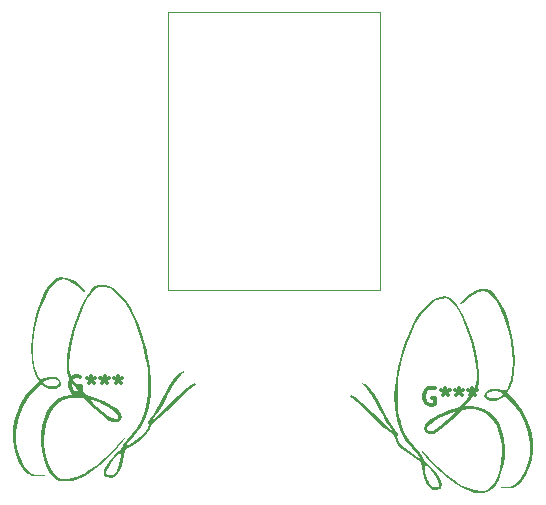
<source format=gbr>
%TF.GenerationSoftware,KiCad,Pcbnew,9.0.0*%
%TF.CreationDate,2025-02-21T22:11:59+01:00*%
%TF.ProjectId,chouchou_mx,63686f75-6368-46f7-955f-6d782e6b6963,v1.0.0*%
%TF.SameCoordinates,Original*%
%TF.FileFunction,Legend,Top*%
%TF.FilePolarity,Positive*%
%FSLAX46Y46*%
G04 Gerber Fmt 4.6, Leading zero omitted, Abs format (unit mm)*
G04 Created by KiCad (PCBNEW 9.0.0) date 2025-02-21 22:11:59*
%MOMM*%
%LPD*%
G01*
G04 APERTURE LIST*
%ADD10C,0.300000*%
%ADD11C,0.000000*%
%ADD12C,0.120000*%
G04 APERTURE END LIST*
D10*
X109678572Y-163249757D02*
X109535715Y-163178328D01*
X109535715Y-163178328D02*
X109321429Y-163178328D01*
X109321429Y-163178328D02*
X109107143Y-163249757D01*
X109107143Y-163249757D02*
X108964286Y-163392614D01*
X108964286Y-163392614D02*
X108892857Y-163535471D01*
X108892857Y-163535471D02*
X108821429Y-163821185D01*
X108821429Y-163821185D02*
X108821429Y-164035471D01*
X108821429Y-164035471D02*
X108892857Y-164321185D01*
X108892857Y-164321185D02*
X108964286Y-164464042D01*
X108964286Y-164464042D02*
X109107143Y-164606900D01*
X109107143Y-164606900D02*
X109321429Y-164678328D01*
X109321429Y-164678328D02*
X109464286Y-164678328D01*
X109464286Y-164678328D02*
X109678572Y-164606900D01*
X109678572Y-164606900D02*
X109750000Y-164535471D01*
X109750000Y-164535471D02*
X109750000Y-164035471D01*
X109750000Y-164035471D02*
X109464286Y-164035471D01*
X110607143Y-163178328D02*
X110607143Y-163535471D01*
X110250000Y-163392614D02*
X110607143Y-163535471D01*
X110607143Y-163535471D02*
X110964286Y-163392614D01*
X110392857Y-163821185D02*
X110607143Y-163535471D01*
X110607143Y-163535471D02*
X110821429Y-163821185D01*
X111750000Y-163178328D02*
X111750000Y-163535471D01*
X111392857Y-163392614D02*
X111750000Y-163535471D01*
X111750000Y-163535471D02*
X112107143Y-163392614D01*
X111535714Y-163821185D02*
X111750000Y-163535471D01*
X111750000Y-163535471D02*
X111964286Y-163821185D01*
X112892857Y-163178328D02*
X112892857Y-163535471D01*
X112535714Y-163392614D02*
X112892857Y-163535471D01*
X112892857Y-163535471D02*
X113250000Y-163392614D01*
X112678571Y-163821185D02*
X112892857Y-163535471D01*
X112892857Y-163535471D02*
X113107143Y-163821185D01*
X139678572Y-164249757D02*
X139535715Y-164178328D01*
X139535715Y-164178328D02*
X139321429Y-164178328D01*
X139321429Y-164178328D02*
X139107143Y-164249757D01*
X139107143Y-164249757D02*
X138964286Y-164392614D01*
X138964286Y-164392614D02*
X138892857Y-164535471D01*
X138892857Y-164535471D02*
X138821429Y-164821185D01*
X138821429Y-164821185D02*
X138821429Y-165035471D01*
X138821429Y-165035471D02*
X138892857Y-165321185D01*
X138892857Y-165321185D02*
X138964286Y-165464042D01*
X138964286Y-165464042D02*
X139107143Y-165606900D01*
X139107143Y-165606900D02*
X139321429Y-165678328D01*
X139321429Y-165678328D02*
X139464286Y-165678328D01*
X139464286Y-165678328D02*
X139678572Y-165606900D01*
X139678572Y-165606900D02*
X139750000Y-165535471D01*
X139750000Y-165535471D02*
X139750000Y-165035471D01*
X139750000Y-165035471D02*
X139464286Y-165035471D01*
X140607143Y-164178328D02*
X140607143Y-164535471D01*
X140250000Y-164392614D02*
X140607143Y-164535471D01*
X140607143Y-164535471D02*
X140964286Y-164392614D01*
X140392857Y-164821185D02*
X140607143Y-164535471D01*
X140607143Y-164535471D02*
X140821429Y-164821185D01*
X141750000Y-164178328D02*
X141750000Y-164535471D01*
X141392857Y-164392614D02*
X141750000Y-164535471D01*
X141750000Y-164535471D02*
X142107143Y-164392614D01*
X141535714Y-164821185D02*
X141750000Y-164535471D01*
X141750000Y-164535471D02*
X141964286Y-164821185D01*
X142892857Y-164178328D02*
X142892857Y-164535471D01*
X142535714Y-164392614D02*
X142892857Y-164535471D01*
X142892857Y-164535471D02*
X143250000Y-164392614D01*
X142678571Y-164821185D02*
X142892857Y-164535471D01*
X142892857Y-164535471D02*
X143107143Y-164821185D01*
D11*
%TO.C,G\u002A\u002A\u002A*%
G36*
X108445103Y-154866515D02*
G01*
X108856063Y-154974248D01*
X109249795Y-155189119D01*
X109671940Y-155530421D01*
X109742026Y-155595109D01*
X109994210Y-155851449D01*
X110125571Y-156025266D01*
X110140388Y-156104948D01*
X110042939Y-156078882D01*
X109837502Y-155935455D01*
X109669222Y-155792729D01*
X109160290Y-155387008D01*
X108709778Y-155133751D01*
X108307331Y-155030684D01*
X107942598Y-155075532D01*
X107605227Y-155266020D01*
X107537042Y-155324173D01*
X107247285Y-155658178D01*
X106950349Y-156131426D01*
X106658836Y-156714987D01*
X106385346Y-157379931D01*
X106142482Y-158097327D01*
X105942846Y-158838245D01*
X105878540Y-159131667D01*
X105774119Y-159765799D01*
X105708161Y-160430871D01*
X105681981Y-161082254D01*
X105696892Y-161675320D01*
X105754207Y-162165441D01*
X105785107Y-162306667D01*
X105937553Y-162812441D01*
X106096477Y-163174264D01*
X106257129Y-163383366D01*
X106395676Y-163434130D01*
X106577087Y-163400232D01*
X106829229Y-163335392D01*
X106897081Y-163315544D01*
X107283841Y-163253121D01*
X107635850Y-163294270D01*
X107907822Y-163430033D01*
X108001995Y-163534145D01*
X108092761Y-163780090D01*
X108044166Y-163991918D01*
X107884603Y-164158574D01*
X107642467Y-164269000D01*
X107346153Y-164312141D01*
X107024054Y-164276940D01*
X106704565Y-164152340D01*
X106594098Y-164082363D01*
X106328934Y-163893549D01*
X105907225Y-164306608D01*
X105315302Y-164999053D01*
X104837930Y-165791977D01*
X104490803Y-166651039D01*
X104289613Y-167541898D01*
X104251703Y-167929228D01*
X104250889Y-168712433D01*
X104351768Y-169403868D01*
X104562794Y-170053116D01*
X104645790Y-170240562D01*
X104942487Y-170798854D01*
X105243621Y-171200797D01*
X105565163Y-171458985D01*
X105923085Y-171586010D01*
X106333355Y-171594465D01*
X106359254Y-171591564D01*
X106606213Y-171575580D01*
X106720869Y-171598726D01*
X106722068Y-171623666D01*
X106617313Y-171665898D01*
X106394311Y-171695202D01*
X106139373Y-171704667D01*
X105810294Y-171691605D01*
X105575918Y-171638694D01*
X105362718Y-171525351D01*
X105271226Y-171461622D01*
X104868766Y-171073424D01*
X104531816Y-170554815D01*
X104268071Y-169934540D01*
X104085226Y-169241346D01*
X103990976Y-168503980D01*
X103993018Y-167751187D01*
X104090505Y-167050979D01*
X104301086Y-166343950D01*
X104623393Y-165620420D01*
X105029428Y-164929286D01*
X105491190Y-164319447D01*
X105881277Y-163923521D01*
X106074844Y-163753568D01*
X106512667Y-163753568D01*
X106588982Y-163875477D01*
X106785789Y-163974498D01*
X107054876Y-164042365D01*
X107348035Y-164070812D01*
X107617055Y-164051572D01*
X107813426Y-163976600D01*
X107915510Y-163826985D01*
X107908191Y-163730352D01*
X107774217Y-163580650D01*
X107544254Y-163471815D01*
X107291168Y-163431942D01*
X107175075Y-163447657D01*
X106840562Y-163556326D01*
X106610517Y-163659907D01*
X106513916Y-163745019D01*
X106512667Y-163753568D01*
X106074844Y-163753568D01*
X106177789Y-163663181D01*
X105957485Y-163228433D01*
X105706880Y-162565811D01*
X105561033Y-161779862D01*
X105520429Y-160880677D01*
X105585549Y-159878348D01*
X105747285Y-158832011D01*
X105936916Y-158009738D01*
X106171377Y-157248563D01*
X106441872Y-156564252D01*
X106739603Y-155972569D01*
X107055773Y-155489279D01*
X107381584Y-155130146D01*
X107708238Y-154910937D01*
X107971275Y-154846628D01*
X108445103Y-154866515D01*
G37*
G36*
X111797134Y-155471755D02*
G01*
X112113485Y-155556295D01*
X112436268Y-155736134D01*
X112793393Y-156026943D01*
X113212770Y-156444395D01*
X113226879Y-156459329D01*
X113625318Y-156927008D01*
X113946645Y-157419109D01*
X114164511Y-157840621D01*
X114634432Y-158912805D01*
X115025966Y-159984447D01*
X115319915Y-161001910D01*
X115366197Y-161198123D01*
X115607129Y-162502251D01*
X115716298Y-163702444D01*
X115693213Y-164801735D01*
X115537382Y-165803155D01*
X115248313Y-166709735D01*
X114825514Y-167524507D01*
X114268493Y-168250502D01*
X114212321Y-168310996D01*
X113969625Y-168576098D01*
X113766758Y-168811690D01*
X113636843Y-168978796D01*
X113614338Y-169014632D01*
X113567650Y-169117886D01*
X113610670Y-169126951D01*
X113770659Y-169049737D01*
X114051286Y-168880400D01*
X114386090Y-168643190D01*
X114728162Y-168375239D01*
X115030594Y-168113678D01*
X115246476Y-167895638D01*
X115278398Y-167856279D01*
X115433683Y-167589766D01*
X115484296Y-167355185D01*
X115423471Y-167192229D01*
X115395309Y-167170453D01*
X115385929Y-167077012D01*
X115505602Y-166903985D01*
X115556973Y-166847956D01*
X115716189Y-166662080D01*
X115891166Y-166416355D01*
X116094362Y-166090226D01*
X116338237Y-165663139D01*
X116635249Y-165114539D01*
X116821347Y-164762000D01*
X117194338Y-164084806D01*
X117524188Y-163561022D01*
X117817790Y-163182288D01*
X118082039Y-162940241D01*
X118323827Y-162826521D01*
X118426521Y-162814983D01*
X118485123Y-162841372D01*
X118394571Y-162924496D01*
X118313421Y-162976431D01*
X118172404Y-163086114D01*
X118017975Y-163258539D01*
X117838493Y-163511565D01*
X117622317Y-163863053D01*
X117357806Y-164330863D01*
X117033319Y-164932856D01*
X117011670Y-164973667D01*
X116650136Y-165632588D01*
X116333217Y-166157922D01*
X116045310Y-166574347D01*
X115834702Y-166835010D01*
X115614334Y-167087686D01*
X115826000Y-166922460D01*
X115947372Y-166815928D01*
X116168562Y-166610272D01*
X116468809Y-166325257D01*
X116827354Y-165980649D01*
X117223435Y-165596213D01*
X117392334Y-165431205D01*
X117932529Y-164909624D01*
X118371115Y-164503317D01*
X118720455Y-164202317D01*
X118992910Y-163996659D01*
X119200841Y-163876380D01*
X119356611Y-163831513D01*
X119377796Y-163830667D01*
X119466045Y-163869298D01*
X119435380Y-163953386D01*
X119308291Y-164035226D01*
X119276167Y-164046262D01*
X119161561Y-164121955D01*
X118949832Y-164300624D01*
X118661484Y-164563432D01*
X118317018Y-164891542D01*
X117936937Y-165266117D01*
X117815667Y-165388138D01*
X117408336Y-165792286D01*
X117010465Y-166173020D01*
X116647756Y-166506788D01*
X116345914Y-166770038D01*
X116130643Y-166939218D01*
X116101167Y-166959096D01*
X115827764Y-167162266D01*
X115678319Y-167333957D01*
X115656667Y-167405130D01*
X115579014Y-167702648D01*
X115356054Y-168039192D01*
X115002785Y-168399238D01*
X114534207Y-168767260D01*
X114026834Y-169092152D01*
X113756342Y-169262328D01*
X113554508Y-169412344D01*
X113457372Y-169514782D01*
X113453631Y-169528235D01*
X113415568Y-169929044D01*
X113325139Y-170392262D01*
X113200820Y-170838520D01*
X113072428Y-171165808D01*
X112830126Y-171544764D01*
X112552070Y-171781421D01*
X112254743Y-171867910D01*
X111954623Y-171796359D01*
X111865506Y-171742199D01*
X111712151Y-171551400D01*
X111704185Y-171421483D01*
X111898495Y-171421483D01*
X111904785Y-171503603D01*
X112019049Y-171594770D01*
X112221123Y-171618068D01*
X112445426Y-171577358D01*
X112626376Y-171476503D01*
X112642402Y-171460168D01*
X112777046Y-171258172D01*
X112901448Y-170979672D01*
X113006740Y-170662384D01*
X113084054Y-170344024D01*
X113124522Y-170062308D01*
X113119275Y-169854953D01*
X113059447Y-169759673D01*
X113042783Y-169757334D01*
X112899108Y-169828142D01*
X112708815Y-170016004D01*
X112495915Y-170284073D01*
X112284422Y-170595502D01*
X112098346Y-170913444D01*
X111961700Y-171201054D01*
X111898495Y-171421483D01*
X111704185Y-171421483D01*
X111695744Y-171283827D01*
X111816765Y-170930930D01*
X111922500Y-170731000D01*
X112077567Y-170498852D01*
X112287419Y-170232664D01*
X112520924Y-169966228D01*
X112746954Y-169733337D01*
X112934379Y-169567783D01*
X113052068Y-169503358D01*
X113053440Y-169503334D01*
X113123853Y-169432404D01*
X113226373Y-169251581D01*
X113286971Y-169120069D01*
X113418874Y-168888846D01*
X113635469Y-168588596D01*
X113900039Y-168268333D01*
X114040499Y-168114259D01*
X114482534Y-167590166D01*
X114822770Y-167044690D01*
X115088074Y-166427258D01*
X115283232Y-165775121D01*
X115368905Y-165301879D01*
X115422258Y-164708846D01*
X115443252Y-164042460D01*
X115431849Y-163349159D01*
X115388010Y-162675380D01*
X115311695Y-162067560D01*
X115286453Y-161925667D01*
X115013597Y-160697301D01*
X114686915Y-159575002D01*
X114311594Y-158571169D01*
X113892824Y-157698205D01*
X113435791Y-156968510D01*
X112991580Y-156440022D01*
X112712029Y-156175580D01*
X112436703Y-155945103D01*
X112213166Y-155787554D01*
X112159758Y-155758627D01*
X111758589Y-155639571D01*
X111342874Y-155634562D01*
X111047703Y-155715626D01*
X110811320Y-155896974D01*
X110554003Y-156223236D01*
X110284404Y-156672597D01*
X110011178Y-157223242D01*
X109742976Y-157853358D01*
X109488451Y-158541129D01*
X109256258Y-159264740D01*
X109055049Y-160002378D01*
X108893477Y-160732227D01*
X108780277Y-161431832D01*
X108726621Y-162090007D01*
X108755694Y-162632895D01*
X108874677Y-163096751D01*
X109090750Y-163517835D01*
X109233011Y-163717938D01*
X109564633Y-164139760D01*
X109826996Y-164447100D01*
X110048520Y-164663797D01*
X110257622Y-164813691D01*
X110482722Y-164920620D01*
X110752240Y-165008423D01*
X110781223Y-165016646D01*
X111219398Y-165161804D01*
X111683920Y-165352204D01*
X112135332Y-165567916D01*
X112534176Y-165789013D01*
X112840995Y-165995564D01*
X112989631Y-166132065D01*
X113159085Y-166422335D01*
X113196112Y-166701694D01*
X113111236Y-166935698D01*
X112914979Y-167089903D01*
X112683913Y-167132667D01*
X112431113Y-167096353D01*
X112150983Y-166979165D01*
X111824853Y-166768735D01*
X111434056Y-166452695D01*
X110959922Y-166018676D01*
X110864578Y-165927349D01*
X110167344Y-165255792D01*
X110624911Y-165255792D01*
X110638052Y-165330354D01*
X110781192Y-165494947D01*
X111048547Y-165754011D01*
X111084667Y-165787882D01*
X111601773Y-166246258D01*
X112043220Y-166584218D01*
X112403133Y-166798647D01*
X112675637Y-166886428D01*
X112854855Y-166844443D01*
X112914177Y-166758283D01*
X112902760Y-166561408D01*
X112743095Y-166331916D01*
X112450181Y-166082184D01*
X112039016Y-165824590D01*
X111524597Y-165571513D01*
X111423334Y-165527875D01*
X111011767Y-165358994D01*
X110747554Y-165266819D01*
X110624911Y-165255792D01*
X110167344Y-165255792D01*
X109969724Y-165065450D01*
X109437408Y-165031554D01*
X108787543Y-165052193D01*
X108238758Y-165205312D01*
X107783565Y-165493442D01*
X107630382Y-165642311D01*
X107168020Y-166263142D01*
X106845651Y-166972264D01*
X106662064Y-167773558D01*
X106616047Y-168670907D01*
X106623561Y-168868334D01*
X106705816Y-169625512D01*
X106864598Y-170308378D01*
X107091198Y-170896738D01*
X107376910Y-171370401D01*
X107713027Y-171709173D01*
X107896954Y-171821512D01*
X108088990Y-171903583D01*
X108266876Y-171938463D01*
X108490374Y-171930041D01*
X108819249Y-171882207D01*
X108822159Y-171881726D01*
X109390127Y-171736577D01*
X109952229Y-171503425D01*
X109995394Y-171481142D01*
X110460663Y-171197866D01*
X110989898Y-170811503D01*
X111545106Y-170354163D01*
X112088295Y-169857957D01*
X112581471Y-169354992D01*
X112791333Y-169118182D01*
X113055169Y-168818134D01*
X113260541Y-168602561D01*
X113396904Y-168478163D01*
X113453713Y-168451641D01*
X113420423Y-168529694D01*
X113286490Y-168719023D01*
X113154615Y-168887350D01*
X112585705Y-169544659D01*
X111967130Y-170168835D01*
X111324772Y-170738850D01*
X110684512Y-171233680D01*
X110072232Y-171632298D01*
X109513812Y-171913678D01*
X109355251Y-171973963D01*
X108899703Y-172083666D01*
X108425534Y-172117843D01*
X107992994Y-172076067D01*
X107713209Y-171985611D01*
X107360043Y-171723472D01*
X107051278Y-171322416D01*
X106792618Y-170808379D01*
X106589765Y-170207299D01*
X106448425Y-169545110D01*
X106374300Y-168847749D01*
X106373096Y-168141152D01*
X106450515Y-167451255D01*
X106589298Y-166875075D01*
X106878225Y-166173848D01*
X107261637Y-165611549D01*
X107737358Y-165189898D01*
X108303214Y-164910612D01*
X108957030Y-164775411D01*
X109263336Y-164762000D01*
X109737688Y-164762000D01*
X109310956Y-164234609D01*
X109005054Y-163838484D01*
X108797908Y-163510721D01*
X108668938Y-163199549D01*
X108597562Y-162853193D01*
X108563201Y-162419882D01*
X108560022Y-162345577D01*
X108587005Y-161475141D01*
X108728025Y-160515496D01*
X108975638Y-159495401D01*
X109322402Y-158443616D01*
X109760872Y-157388900D01*
X109940002Y-157013489D01*
X110223861Y-156469590D01*
X110474727Y-156066542D01*
X110712317Y-155784272D01*
X110956347Y-155602710D01*
X111226533Y-155501784D01*
X111459304Y-155466843D01*
X111797134Y-155471755D01*
G37*
G36*
X144028725Y-155846628D02*
G01*
X144349482Y-155938969D01*
X144676630Y-156184196D01*
X145001370Y-156566544D01*
X145314906Y-157070248D01*
X145608439Y-157679543D01*
X145873174Y-158378666D01*
X146100311Y-159151850D01*
X146252716Y-159832011D01*
X146419450Y-160923588D01*
X146479998Y-161921675D01*
X146434843Y-162816182D01*
X146284467Y-163597018D01*
X146042515Y-164228433D01*
X145822212Y-164663181D01*
X146118723Y-164923521D01*
X146604884Y-165433303D01*
X147057680Y-166063436D01*
X147449112Y-166765021D01*
X147751182Y-167489161D01*
X147909496Y-168050979D01*
X148009689Y-168791911D01*
X148006314Y-169544604D01*
X147907065Y-170280313D01*
X147719637Y-170970291D01*
X147451727Y-171585792D01*
X147111028Y-172098069D01*
X146728774Y-172461622D01*
X146504215Y-172603555D01*
X146286634Y-172677174D01*
X146002504Y-172703062D01*
X145860627Y-172704667D01*
X145575528Y-172692705D01*
X145363580Y-172661546D01*
X145277932Y-172623666D01*
X145319868Y-172582120D01*
X145504975Y-172578743D01*
X145640746Y-172591564D01*
X146054565Y-172589640D01*
X146415103Y-172469880D01*
X146738329Y-172219693D01*
X147040216Y-171826485D01*
X147336733Y-171277665D01*
X147354210Y-171240562D01*
X147598755Y-170594274D01*
X147730703Y-169920176D01*
X147758506Y-169168685D01*
X147748298Y-168929228D01*
X147615234Y-168035255D01*
X147329431Y-167158196D01*
X146906581Y-166332390D01*
X146362378Y-165592180D01*
X146092775Y-165306608D01*
X145671067Y-164893549D01*
X145405902Y-165082363D01*
X145094446Y-165242374D01*
X144770009Y-165308948D01*
X144460985Y-165293141D01*
X144195768Y-165206011D01*
X144002752Y-165058612D01*
X143910332Y-164862002D01*
X143930839Y-164730352D01*
X144091809Y-164730352D01*
X144102701Y-164884757D01*
X144241549Y-164999670D01*
X144470019Y-165067558D01*
X144749778Y-165080889D01*
X145042491Y-165032129D01*
X145237538Y-164955493D01*
X145407947Y-164847837D01*
X145486702Y-164759568D01*
X145487334Y-164754098D01*
X145409082Y-164671735D01*
X145193411Y-164569397D01*
X144868943Y-164460323D01*
X144824925Y-164447657D01*
X144588494Y-164440787D01*
X144337463Y-164517426D01*
X144144695Y-164649477D01*
X144091809Y-164730352D01*
X143930839Y-164730352D01*
X143946902Y-164627237D01*
X143998005Y-164534145D01*
X144210971Y-164353069D01*
X144527339Y-164261984D01*
X144901823Y-164269849D01*
X145102919Y-164315544D01*
X145426811Y-164403596D01*
X145635447Y-164423471D01*
X145772078Y-164366569D01*
X145879954Y-164224288D01*
X145918604Y-164153334D01*
X146146542Y-163560919D01*
X146281120Y-162849461D01*
X146323082Y-162040692D01*
X146273171Y-161156348D01*
X146132130Y-160218162D01*
X145900703Y-159247867D01*
X145732065Y-158699073D01*
X145495677Y-158064233D01*
X145227221Y-157471616D01*
X144944246Y-156954062D01*
X144664299Y-156544409D01*
X144462959Y-156324173D01*
X144130009Y-156103459D01*
X143771866Y-156027908D01*
X143378178Y-156099795D01*
X142938594Y-156321395D01*
X142442760Y-156694984D01*
X142330779Y-156792729D01*
X142064235Y-157010092D01*
X141903180Y-157103309D01*
X141851892Y-157083994D01*
X141914650Y-156963759D01*
X142095730Y-156754218D01*
X142257974Y-156595109D01*
X142688506Y-156232731D01*
X143083630Y-155999740D01*
X143488989Y-155876842D01*
X143950224Y-155844747D01*
X144028725Y-155846628D01*
G37*
G36*
X140540696Y-156466843D02*
G01*
X140843609Y-156520276D01*
X141105512Y-156639225D01*
X141346122Y-156843762D01*
X141585155Y-157153957D01*
X141842327Y-157589882D01*
X142059998Y-158013489D01*
X142529706Y-159062210D01*
X142910389Y-160118367D01*
X143194605Y-161153201D01*
X143374912Y-162137955D01*
X143443865Y-163043867D01*
X143439978Y-163345577D01*
X143409330Y-163796071D01*
X143344699Y-164151984D01*
X143225505Y-164465088D01*
X143031166Y-164787155D01*
X142741103Y-165169960D01*
X142689044Y-165234609D01*
X142262312Y-165762000D01*
X142736664Y-165762000D01*
X143346388Y-165809962D01*
X143860204Y-165962972D01*
X144308852Y-166223062D01*
X144759753Y-166651101D01*
X145122055Y-167200800D01*
X145392384Y-167847496D01*
X145567367Y-168566526D01*
X145643631Y-169333227D01*
X145617802Y-170122936D01*
X145486507Y-170910991D01*
X145246372Y-171672728D01*
X145099690Y-172004913D01*
X144844014Y-172465809D01*
X144581375Y-172783009D01*
X144280077Y-172980332D01*
X143908421Y-173081600D01*
X143634010Y-173106364D01*
X143030574Y-173076582D01*
X142644749Y-172978357D01*
X142095324Y-172727450D01*
X141485565Y-172352383D01*
X140841724Y-171874513D01*
X140190055Y-171315201D01*
X139556813Y-170695806D01*
X138968252Y-170037685D01*
X138845385Y-169887350D01*
X138646522Y-169628586D01*
X138554580Y-169485088D01*
X138559015Y-169450154D01*
X138649283Y-169517085D01*
X138814837Y-169679180D01*
X139045134Y-169929739D01*
X139208667Y-170118182D01*
X139663902Y-170612860D01*
X140187578Y-171116354D01*
X140741701Y-171596556D01*
X141288279Y-172021355D01*
X141789319Y-172358642D01*
X142004606Y-172481142D01*
X142560908Y-172719858D01*
X143132871Y-172873917D01*
X143177841Y-172881726D01*
X143507696Y-172929832D01*
X143731743Y-172938553D01*
X143909744Y-172904001D01*
X144101463Y-172822285D01*
X144103046Y-172821512D01*
X144467981Y-172554112D01*
X144777699Y-172151382D01*
X145028174Y-171639402D01*
X145215381Y-171044253D01*
X145335292Y-170392015D01*
X145383883Y-169708768D01*
X145357126Y-169020593D01*
X145250996Y-168353571D01*
X145061466Y-167733781D01*
X144932746Y-167446939D01*
X144571360Y-166867738D01*
X144148266Y-166443822D01*
X143653503Y-166169242D01*
X143077112Y-166038051D01*
X142562592Y-166031554D01*
X142030277Y-166065450D01*
X141135422Y-166927349D01*
X140644356Y-167383850D01*
X140239978Y-167720152D01*
X139903618Y-167948624D01*
X139616607Y-168081635D01*
X139360277Y-168131552D01*
X139316087Y-168132667D01*
X139038022Y-168067459D01*
X138862888Y-167894798D01*
X138809076Y-167680465D01*
X139066227Y-167680465D01*
X139123287Y-167819118D01*
X139284784Y-167868336D01*
X139528126Y-167823041D01*
X139830716Y-167678155D01*
X139905985Y-167630431D01*
X140134467Y-167461314D01*
X140434938Y-167214869D01*
X140758269Y-166932106D01*
X140915334Y-166787882D01*
X141192933Y-166524061D01*
X141355481Y-166356454D01*
X141414651Y-166268960D01*
X141382116Y-166245478D01*
X141296334Y-166262386D01*
X140892497Y-166396390D01*
X140459525Y-166580659D01*
X140033594Y-166795182D01*
X139650878Y-167019945D01*
X139347553Y-167234933D01*
X139159793Y-167420135D01*
X139136199Y-167457453D01*
X139066227Y-167680465D01*
X138809076Y-167680465D01*
X138801208Y-167649128D01*
X138863506Y-167364893D01*
X139010370Y-167132065D01*
X139219523Y-166950271D01*
X139551061Y-166738599D01*
X139965526Y-166516976D01*
X140423460Y-166305332D01*
X140885407Y-166123595D01*
X141218777Y-166016646D01*
X141494000Y-165929420D01*
X141722102Y-165825336D01*
X141931503Y-165680556D01*
X142150622Y-165471239D01*
X142407878Y-165173546D01*
X142731689Y-164763640D01*
X142766990Y-164717938D01*
X143032855Y-164304551D01*
X143198140Y-163866016D01*
X143270024Y-163366077D01*
X143255688Y-162768475D01*
X143219723Y-162431832D01*
X143106790Y-161733982D01*
X142945560Y-161004953D01*
X142744763Y-160267060D01*
X142513132Y-159542617D01*
X142259398Y-158853940D01*
X141992293Y-158223342D01*
X141720548Y-157673138D01*
X141452894Y-157225643D01*
X141198065Y-156903171D01*
X140993083Y-156741423D01*
X140615679Y-156632375D01*
X140191217Y-156647441D01*
X139840242Y-156758627D01*
X139643682Y-156884196D01*
X139379924Y-157095315D01*
X139096534Y-157353020D01*
X139008421Y-157440022D01*
X138521113Y-158028745D01*
X138067352Y-158772010D01*
X137652327Y-159657413D01*
X137281224Y-160672555D01*
X136959232Y-161805033D01*
X136713547Y-162925667D01*
X136628758Y-163508655D01*
X136576455Y-164169711D01*
X136556597Y-164862397D01*
X136569148Y-165540276D01*
X136614067Y-166156911D01*
X136691317Y-166665864D01*
X136716769Y-166775121D01*
X136937928Y-167499328D01*
X137210068Y-168106499D01*
X137560058Y-168647205D01*
X137959502Y-169114259D01*
X138234355Y-169425975D01*
X138479814Y-169742476D01*
X138659159Y-170014751D01*
X138713030Y-170120069D01*
X138820769Y-170341519D01*
X138912776Y-170479948D01*
X138946560Y-170503334D01*
X139062606Y-170565486D01*
X139248985Y-170729417D01*
X139474566Y-170961333D01*
X139708222Y-171227443D01*
X139918820Y-171493954D01*
X140075233Y-171727074D01*
X140077501Y-171731000D01*
X140263952Y-172127410D01*
X140312745Y-172434435D01*
X140224363Y-172660625D01*
X140134495Y-172742199D01*
X139836788Y-172863262D01*
X139536871Y-172823897D01*
X139251226Y-172631975D01*
X138996333Y-172295366D01*
X138927572Y-172165808D01*
X138788393Y-171805220D01*
X138666111Y-171354674D01*
X138602993Y-171019772D01*
X138872855Y-171019772D01*
X138905996Y-171291245D01*
X138977529Y-171605934D01*
X139078584Y-171926122D01*
X139200294Y-172214092D01*
X139333792Y-172432130D01*
X139357598Y-172460168D01*
X139528708Y-172568139D01*
X139751220Y-172616439D01*
X139959554Y-172601206D01*
X140088127Y-172518578D01*
X140095216Y-172503603D01*
X140085218Y-172338599D01*
X139987946Y-172085189D01*
X139827412Y-171780221D01*
X139627628Y-171460541D01*
X139412606Y-171162995D01*
X139206359Y-170924431D01*
X139032897Y-170781694D01*
X138957217Y-170757334D01*
X138886972Y-170829229D01*
X138872855Y-171019772D01*
X138602993Y-171019772D01*
X138579201Y-170893534D01*
X138546369Y-170528235D01*
X138477163Y-170439974D01*
X138295314Y-170298091D01*
X138036861Y-170130003D01*
X137973167Y-170092152D01*
X137413718Y-169730213D01*
X136956094Y-169362292D01*
X136615292Y-169003914D01*
X136406312Y-168670603D01*
X136343334Y-168405130D01*
X136268563Y-168258926D01*
X136058478Y-168069844D01*
X135898834Y-167959096D01*
X135703272Y-167810828D01*
X135416169Y-167563934D01*
X135063228Y-167241968D01*
X134670152Y-166868481D01*
X134262646Y-166467024D01*
X134184334Y-166388138D01*
X133797402Y-166003029D01*
X133439761Y-165658574D01*
X133131912Y-165373609D01*
X132894358Y-165166972D01*
X132747600Y-165057498D01*
X132723834Y-165046262D01*
X132581443Y-164970036D01*
X132531338Y-164882779D01*
X132596004Y-164832196D01*
X132622205Y-164830667D01*
X132770680Y-164864243D01*
X132969313Y-164971617D01*
X133230465Y-165162752D01*
X133566497Y-165447613D01*
X133989771Y-165836167D01*
X134512649Y-166338378D01*
X134607667Y-166431205D01*
X135013159Y-166826283D01*
X135389650Y-167189660D01*
X135716380Y-167501569D01*
X135972587Y-167742246D01*
X136137512Y-167891926D01*
X136174000Y-167922460D01*
X136385667Y-168087686D01*
X136165298Y-167835010D01*
X135897042Y-167495417D01*
X135610587Y-167066476D01*
X135290640Y-166523952D01*
X134990620Y-165973667D01*
X134661212Y-165362397D01*
X134392501Y-164886447D01*
X134172866Y-164528019D01*
X133990689Y-164269318D01*
X133834349Y-164092547D01*
X133692227Y-163979911D01*
X133686580Y-163976431D01*
X133533632Y-163868143D01*
X133531775Y-163819357D01*
X133573479Y-163814983D01*
X133807453Y-163874015D01*
X134060804Y-164057632D01*
X134340426Y-164374198D01*
X134653211Y-164832072D01*
X135006055Y-165439618D01*
X135178653Y-165762000D01*
X135509401Y-166384463D01*
X135780309Y-166874356D01*
X136003838Y-167252235D01*
X136192445Y-167538654D01*
X136358590Y-167754168D01*
X136443027Y-167847956D01*
X136594897Y-168038762D01*
X136620104Y-168154749D01*
X136604692Y-168170453D01*
X136519123Y-168312909D01*
X136546441Y-168535492D01*
X136679880Y-168798507D01*
X136721603Y-168856279D01*
X136911477Y-169059369D01*
X137198483Y-169314357D01*
X137535711Y-169584110D01*
X137876252Y-169831497D01*
X138173197Y-170019387D01*
X138229341Y-170049737D01*
X138390343Y-170127319D01*
X138432275Y-170117307D01*
X138385662Y-170014632D01*
X138290054Y-169881657D01*
X138109590Y-169666190D01*
X137877393Y-169407206D01*
X137787679Y-169310996D01*
X137218673Y-168592765D01*
X136783932Y-167786028D01*
X136482965Y-166887753D01*
X136315279Y-165894908D01*
X136280384Y-164804463D01*
X136377787Y-163613384D01*
X136606997Y-162318642D01*
X136633803Y-162198123D01*
X136905471Y-161198313D01*
X137278643Y-160133374D01*
X137734120Y-159056944D01*
X137835489Y-158840621D01*
X138136162Y-158278389D01*
X138472841Y-157801135D01*
X138773122Y-157459329D01*
X139194843Y-157037756D01*
X139553459Y-156743305D01*
X139876879Y-156560304D01*
X140193013Y-156473081D01*
X140529772Y-156465965D01*
X140540696Y-156466843D01*
G37*
D12*
%TO.C,RP2040Zero1*%
X117100600Y-132422600D02*
X117100600Y-155922600D01*
X117100600Y-155922600D02*
X135100600Y-155922600D01*
X135100600Y-132422600D02*
X117100600Y-132422600D01*
X135100600Y-155922600D02*
X135100600Y-132422600D01*
%TD*%
M02*

</source>
